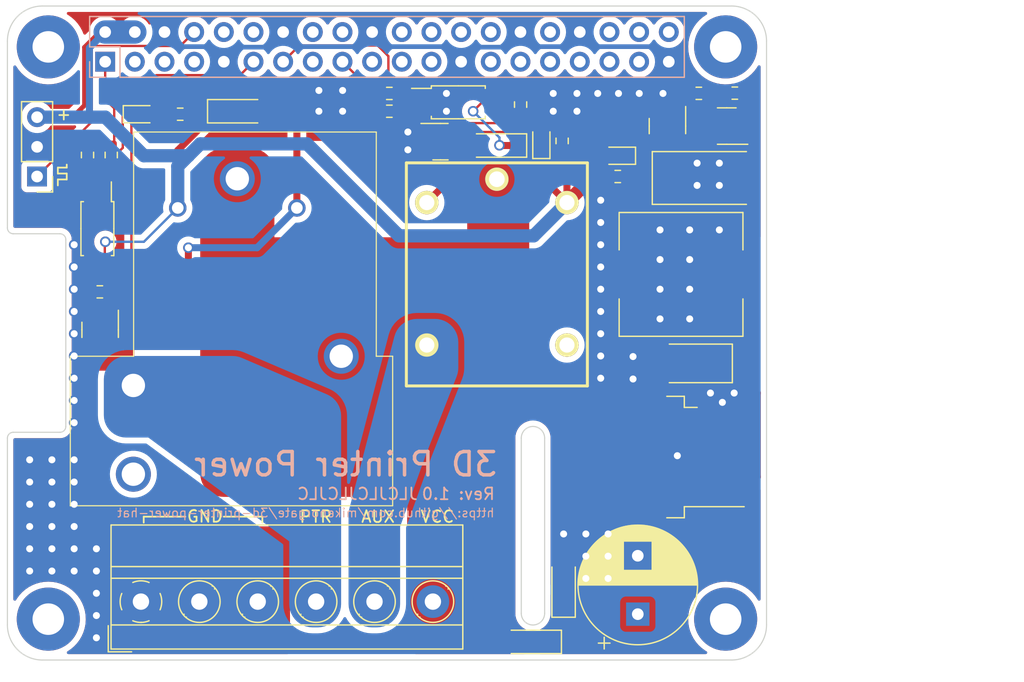
<source format=kicad_pcb>
(kicad_pcb (version 20211014) (generator pcbnew)
  (title_block (date "15 nov 2012"))
  (layers (0 "F.Cu" signal) (31 "B.Cu" signal) (34 "B.Paste" user) (35 "F.Paste" user) (36 "B.SilkS" user "B.Silkscreen") (37 "F.SilkS" user "F.Silkscreen") (38 "B.Mask" user) (39 "F.Mask" user) (44 "Edge.Cuts" user))
  (net 0 "")
  (net 1 "+3V3")
  (net 2 "+5V")
  (net 3 "GND")
  (net 4 "/ID_SD")
  (net 5 "/ID_SC")
  (net 6 "/GPIO5")
  (net 7 "/GPIO6")
  (net 8 "/GPIO26")
  (net 9 "/GPIO2(SDA1)")
  (net 10 "/GPIO3(SCL1)")
  (net 11 "/GPIO4(GCLK)")
  (net 12 "/GPIO14(TXD0)")
  (net 13 "/GPIO15(RXD0)")
  (net 14 "/GPIO17(GEN0)")
  (net 15 "/GPIO27(GEN2)")
  (net 16 "/GPIO22(GEN3)")
  (net 17 "/GPIO23(GEN4)")
  (net 18 "/GPIO24(GEN5)")
  (net 19 "/GPIO25(GEN6)")
  (net 20 "/GPIO18(GEN1)(PWM0)")
  (net 21 "/GPIO10(SPI0_MOSI)")
  (net 22 "/GPIO9(SPI0_MISO)")
  (net 23 "/GPIO11(SPI0_SCK)")
  (net 24 "/GPIO8(SPI0_CE_N)")
  (net 25 "/GPIO7(SPI1_CE_N)")
  (net 26 "/GPIO12(PWM0)")
  (net 27 "/GPIO13(PWM1)")
  (net 28 "/GPIO19(SPI1_MISO)")
  (net 29 "/GPIO16")
  (net 30 "/GPIO20(SPI1_MOSI)")
  (net 31 "/GPIO21(SPI1_SCK)")
  (net 32 "Net-(C1-Pad1)")
  (net 33 "+5VD")
  (net 34 "VCC")
  (net 35 "Net-(D3-Pad1)")
  (net 36 "Net-(D4-Pad1)")
  (net 37 "Net-(D5-Pad2)")
  (net 38 "Net-(D6-Pad2)")
  (net 39 "Net-(D8-Pad2)")
  (net 40 "/PRINTER_PWR")
  (net 41 "/AUX_PWR")
  (net 42 "Net-(K2-Pad5)")
  (net 45 "Net-(Q1-Pad1)")
  (net 46 "Net-(R10-Pad1)")
  (net 47 "Net-(R11-Pad1)")
  (net 48 "Net-(Q4-Pad4)")
  (net 49 "Net-(Q4-Pad1)")
  (net 50 "Net-(Q2-Pad1)")
  (net 51 "Net-(U2-Pad1)")
  (net 52 "Net-(U3-Pad1)")
  (footprint "MountingHole:MountingHole_2.7mm_M2.5_Pad" (layer "F.Cu") (at 203.5 97.5 180)
    (fp_text reference "MK1")
    (fp_text value "M2.5")
    (pad "1" thru_hole circle (at 0 0 180) (size 5.4 5.4) (drill 2.7) (layers *.Cu *.Mask))
  )
  (footprint "MountingHole:MountingHole_2.7mm_M2.5_Pad" (layer "F.Cu") (at 261.5 97.5 180)
    (fp_text reference "MK2")
    (fp_text value "M2.5")
    (pad "1" thru_hole circle (at 0 0 180) (size 5.4 5.4) (drill 2.7) (layers *.Cu *.Mask))
  )
  (footprint "MountingHole:MountingHole_2.7mm_M2.5_Pad" (layer "F.Cu") (at 203.5 146.5)
    (fp_text reference "MK3")
    (fp_text value "M2.5")
    (pad "1" thru_hole circle (at 0 0) (size 5.4 5.4) (drill 2.7) (layers *.Cu *.Mask))
  )
  (footprint "MountingHole:MountingHole_2.7mm_M2.5_Pad" (layer "F.Cu") (at 261.5 146.5)
    (fp_text reference "MK4")
    (fp_text value "M2.5")
    (pad "1" thru_hole circle (at 0 0) (size 5.4 5.4) (drill 2.7) (layers *.Cu *.Mask))
  )
  (footprint "Resistor_SMD:R_0603_1608Metric" (layer "F.Cu") (at 252.261 108.598 180)
    (fp_text reference "R5")
    (fp_text value "1K")
    (pad "1" smd roundrect (at -0.825 0 180) (size 0.8 0.95) (layers "F.Cu" "F.Paste" "F.Mask") (net 36 "Net-(D4-Pad1)"))
    (pad "2" smd roundrect (at 0.825 0 180) (size 0.8 0.95) (layers "F.Cu" "F.Paste" "F.Mask") (net 3 "GND"))
  )
  (footprint "Resistor_SMD:R_0603_1608Metric" (layer "F.Cu") (at 206.858 106.757 -90)
    (fp_text reference "R6")
    (fp_text value "10K")
    (pad "1" smd roundrect (at -0.825 0 270) (size 0.8 0.95) (layers "F.Cu" "F.Paste" "F.Mask") (net 1 "+3V3"))
    (pad "2" smd roundrect (at 0.825 0 270) (size 0.8 0.95) (layers "F.Cu" "F.Paste" "F.Mask") (net 14 "/GPIO17(GEN0)"))
  )
  (footprint "Diode_SMD:D_MiniMELF" (layer "F.Cu") (at 244.887961 148.447593 180)
    (fp_text reference "D1")
    (fp_text value "SS54")
    (pad "1" smd rect (at -1.75 0 180) (size 1.3 1.7) (layers "F.Cu" "F.Paste" "F.Mask") (net 32 "Net-(C1-Pad1)"))
    (pad "2" smd rect (at 1.75 0 180) (size 1.3 1.7) (layers "F.Cu" "F.Paste" "F.Mask") (net 34 "VCC"))
  )
  (footprint "Diode_SMD:D_MiniMELF" (layer "F.Cu") (at 241.91 105.945095 180)
    (fp_text reference "D8")
    (fp_text value "1N4148")
    (pad "1" smd rect (at -1.75 0 180) (size 1.3 1.7) (layers "F.Cu" "F.Paste" "F.Mask") (net 2 "+5V"))
    (pad "2" smd rect (at 1.75 0 180) (size 1.3 1.7) (layers "F.Cu" "F.Paste" "F.Mask") (net 39 "Net-(D8-Pad2)"))
  )
  (footprint "Package_TO_SOT_SMD:SOT-23" (layer "F.Cu") (at 237.084 105.616)
    (fp_text reference "Q2")
    (fp_text value "S8050")
    (pad "1" smd roundrect locked (at -0.9375 -0.95) (size 1.475 0.6) (layers "F.Cu" "F.Paste" "F.Mask") (net 50 "Net-(Q2-Pad1)"))
    (pad "2" smd roundrect locked (at -0.9375 0.95) (size 1.475 0.6) (layers "F.Cu" "F.Paste" "F.Mask") (net 3 "GND"))
    (pad "3" smd roundrect locked (at 0.9375 0) (size 1.475 0.6) (layers "F.Cu" "F.Paste" "F.Mask") (net 39 "Net-(D8-Pad2)"))
  )
  (footprint "Package_SO:SOP-4_4.4x2.6mm_P1.27mm" (layer "F.Cu") (at 207.705 113.06 -90)
    (fp_text reference "U2")
    (fp_text value "EL3H7")
    (pad "1" smd roundrect (at -3.1875 -0.635 270) (size 1.625 0.6) (layers "F.Cu" "F.Paste" "F.Mask") (net 51 "Net-(U2-Pad1)"))
    (pad "2" smd roundrect (at -3.1875 0.635 270) (size 1.625 0.6) (layers "F.Cu" "F.Paste" "F.Mask") (net 14 "/GPIO17(GEN0)"))
    (pad "3" smd roundrect (at 3.1875 0.635 270) (size 1.625 0.6) (layers "F.Cu" "F.Paste" "F.Mask") (net 46 "Net-(R10-Pad1)"))
    (pad "4" smd roundrect (at 3.1875 -0.635 270) (size 1.625 0.6) (layers "F.Cu" "F.Paste" "F.Mask") (net 2 "+5V"))
  )
  (footprint "Package_TO_SOT_SMD:SOT-23-6" (layer "F.Cu") (at 261.595 104.28 180)
    (fp_text reference "Q4")
    (fp_text value "Q_Dual_PNP_PNP_C1B1B2C2E2E1")
    (pad "1" smd roundrect (at -1.1375 -0.95 180) (size 1.325 0.6) (layers "F.Cu" "F.Paste" "F.Mask") (net 49 "Net-(Q4-Pad1)"))
    (pad "2" smd roundrect (at -1.1375 0 180) (size 1.325 0.6) (layers "F.Cu" "F.Paste" "F.Mask") (net 49 "Net-(Q4-Pad1)"))
    (pad "3" smd roundrect (at -1.1375 0.95 180) (size 1.325 0.6) (layers "F.Cu" "F.Paste" "F.Mask") (net 49 "Net-(Q4-Pad1)"))
    (pad "4" smd roundrect (at 1.1375 0.95 180) (size 1.325 0.6) (layers "F.Cu" "F.Paste" "F.Mask") (net 48 "Net-(Q4-Pad4)"))
    (pad "5" smd roundrect (at 1.1375 0 180) (size 1.325 0.6) (layers "F.Cu" "F.Paste" "F.Mask") (net 2 "+5V"))
    (pad "6" smd roundrect (at 1.1375 -0.95 180) (size 1.325 0.6) (layers "F.Cu" "F.Paste" "F.Mask") (net 33 "+5VD"))
  )
  (footprint "Resistor_SMD:R_0603_1608Metric" (layer "F.Cu") (at 262.284647 101.460271 180)
    (fp_text reference "R1")
    (fp_text value "10K")
    (pad "1" smd roundrect (at -0.825 0 180) (size 0.8 0.95) (layers "F.Cu" "F.Paste" "F.Mask") (net 49 "Net-(Q4-Pad1)"))
    (pad "2" smd roundrect (at 0.825 0 180) (size 0.8 0.95) (layers "F.Cu" "F.Paste" "F.Mask") (net 3 "GND"))
  )
  (footprint "Resistor_SMD:R_0603_1608Metric" (layer "F.Cu") (at 214.795 103.264)
    (fp_text reference "R3")
    (fp_text value "1K")
    (pad "1" smd roundrect locked (at -0.825 0) (size 0.8 0.95) (layers "F.Cu" "F.Paste" "F.Mask") (net 37 "Net-(D5-Pad2)"))
    (pad "2" smd roundrect locked (at 0.825 0) (size 0.8 0.95) (layers "F.Cu" "F.Paste" "F.Mask") (net 2 "+5V"))
  )
  (footprint "Package_SO:SOP-4_4.4x2.6mm_P1.27mm" (layer "F.Cu") (at 238.608 102.248)
    (fp_text reference "U3")
    (fp_text value "EL3H7")
    (pad "1" smd roundrect (at -3.1875 -0.635) (size 1.625 0.6) (layers "F.Cu" "F.Paste" "F.Mask") (net 52 "Net-(U3-Pad1)"))
    (pad "2" smd roundrect (at -3.1875 0.635) (size 1.625 0.6) (layers "F.Cu" "F.Paste" "F.Mask") (net 15 "/GPIO27(GEN2)"))
    (pad "3" smd roundrect (at 3.1875 0.635) (size 1.625 0.6) (layers "F.Cu" "F.Paste" "F.Mask") (net 47 "Net-(R11-Pad1)"))
    (pad "4" smd roundrect (at 3.1875 -0.635) (size 1.625 0.6) (layers "F.Cu" "F.Paste" "F.Mask") (net 2 "+5V"))
  )
  (footprint "Package_TO_SOT_SMD:SOT-23" (layer "F.Cu") (at 256.515 104.28 -90)
    (fp_text reference "Q5")
    (fp_text value "DMG2305UX-7")
    (pad "1" smd roundrect (at -0.9375 -0.95 270) (size 1.475 0.6) (layers "F.Cu" "F.Paste" "F.Mask") (net 48 "Net-(Q4-Pad4)"))
    (pad "2" smd roundrect (at -0.9375 0.95 270) (size 1.475 0.6) (layers "F.Cu" "F.Paste" "F.Mask") (net 2 "+5V"))
    (pad "3" smd roundrect (at 0.9375 0 270) (size 1.475 0.6) (layers "F.Cu" "F.Paste" "F.Mask") (net 33 "+5VD"))
  )
  (footprint "Resistor_SMD:R_0603_1608Metric" (layer "F.Cu") (at 208.89 106.757 -90)
    (fp_text reference "R8")
    (fp_text value "1K")
    (pad "1" smd roundrect (at -0.825 0 270) (size 0.8 0.95) (layers "F.Cu" "F.Paste" "F.Mask") (net 1 "+3V3"))
    (pad "2" smd roundrect (at 0.825 0 270) (size 0.8 0.95) (layers "F.Cu" "F.Paste" "F.Mask") (net 51 "Net-(U2-Pad1)"))
  )
  (footprint "Capacitor_Tantalum_SMD:CP_EIA-7343-30_AVX-N" (layer "F.Cu") (at 259.6275 108.725)
    (fp_text reference "C2")
    (fp_text value "220uF")
    (pad "1" smd roundrect (at -3.1125 0) (size 2.075 2.55) (layers "F.Cu" "F.Paste" "F.Mask") (roundrect_rratio 0.120482) (net 33 "+5VD"))
    (pad "2" smd roundrect (at 3.1125 0) (size 2.075 2.55) (layers "F.Cu" "F.Paste" "F.Mask") (roundrect_rratio 0.120482) (net 3 "GND"))
  )
  (footprint "Package_TO_SOT_SMD:SOT-23" (layer "F.Cu") (at 207.94 121.7275 -90)
    (fp_text reference "Q1")
    (fp_text value "S8050")
    (pad "1" smd roundrect locked (at -0.9375 -0.95 270) (size 1.475 0.6) (layers "F.Cu" "F.Paste" "F.Mask") (net 45 "Net-(Q1-Pad1)"))
    (pad "2" smd roundrect locked (at -0.9375 0.95 270) (size 1.475 0.6) (layers "F.Cu" "F.Paste" "F.Mask") (net 3 "GND"))
    (pad "3" smd roundrect locked (at 0.9375 0 270) (size 1.475 0.6) (layers "F.Cu" "F.Paste" "F.Mask") (net 42 "Net-(K2-Pad5)"))
  )
  (footprint "Resistor_SMD:R_0603_1608Metric" (layer "F.Cu") (at 232.703 103.01)
    (fp_text reference "R7")
    (fp_text value "10K")
    (pad "1" smd roundrect (at -0.825 0) (size 0.8 0.95) (layers "F.Cu" "F.Paste" "F.Mask") (net 1 "+3V3"))
    (pad "2" smd roundrect (at 0.825 0) (size 0.8 0.95) (layers "F.Cu" "F.Paste" "F.Mask") (net 15 "/GPIO27(GEN2)"))
  )
  (footprint "TerminalBlock_MetzConnect:TerminalBlock_MetzConnect_Type011_RT05506HBWC_1x06_P5.00mm_Horizontal" (layer "F.Cu") (at 211.433009 144.999165)
    (fp_text reference "J1")
    (fp_text value "Screw_Terminal")
    (pad "1" thru_hole rect locked (at 0 0) (size 2.8 2.8) (drill 1.4) (layers *.Cu *.Mask) (net 3 "GND"))
    (pad "2" thru_hole circle locked (at 5 0) (size 2.8 2.8) (drill 1.4) (layers *.Cu *.Mask) (net 3 "GND"))
    (pad "3" thru_hole circle locked (at 10 0) (size 2.8 2.8) (drill 1.4) (layers *.Cu *.Mask) (net 3 "GND"))
    (pad "4" thru_hole circle locked (at 15 0) (size 2.8 2.8) (drill 1.4) (layers *.Cu *.Mask) (net 40 "/PRINTER_PWR"))
    (pad "5" thru_hole circle locked (at 20 0) (size 2.8 2.8) (drill 1.4) (layers *.Cu *.Mask) (net 41 "/AUX_PWR"))
    (pad "6" thru_hole circle locked (at 25 0) (size 2.8 2.8) (drill 1.4) (layers *.Cu *.Mask) (net 34 "VCC"))
  )
  (footprint "LED_SMD:LED_0603_1608Metric" (layer "F.Cu") (at 211.4045 103.264)
    (fp_text reference "D5")
    (fp_text value "LED")
    (pad "1" smd roundrect (at -0.7875 0) (size 0.875 0.95) (layers "F.Cu" "F.Paste" "F.Mask") (net 42 "Net-(K2-Pad5)"))
    (pad "2" smd roundrect (at 0.7875 0) (size 0.875 0.95) (layers "F.Cu" "F.Paste" "F.Mask") (net 37 "Net-(D5-Pad2)"))
  )
  (footprint "Library:SRD-05VDC-SL-C" (layer "F.Cu") (at 241.91 108.83 -90)
    (fp_text reference "K1")
    (fp_text value "SRD-05VDC-SL-C" hide)
    (pad "1" thru_hole circle (at 0 0) (size 2 2) (drill 1.34) (layers *.Cu *.Mask "F.SilkS") (net 34 "VCC"))
    (pad "2" thru_hole circle (at 2 -6) (size 2 2) (drill 1.3) (layers *.Cu *.Mask "F.SilkS") (net 2 "+5V"))
    (pad "3" thru_hole circle (at 2 6) (size 2 2) (drill 1.3) (layers *.Cu *.Mask "F.SilkS") (net 39 "Net-(D8-Pad2)"))
    (pad "4" thru_hole circle (at 14.2 -6) (size 2 2) (drill 1.3) (layers *.Cu *.Mask "F.SilkS"))
    (pad "5" thru_hole circle (at 14.2 6) (size 2 2) (drill 1.3) (layers *.Cu *.Mask "F.SilkS") (net 41 "/AUX_PWR"))
  )
  (footprint "Connector_PinHeader_2.54mm:PinHeader_1x03_P2.54mm_Vertical" (layer "F.Cu") (at 202.54 108.598 180)
    (fp_text reference "J4")
    (fp_text value "Conn_01x03_Male")
    (pad "1" thru_hole rect (at 0 0 180) (size 1.7 1.7) (drill 1) (layers *.Cu *.Mask) (net 12 "/GPIO14(TXD0)"))
    (pad "2" thru_hole oval (at 0 2.54 180) (size 1.7 1.7) (drill 1) (layers *.Cu *.Mask) (net 3 "GND"))
    (pad "3" thru_hole oval (at 0 5.08 180) (size 1.7 1.7) (drill 1) (layers *.Cu *.Mask) (net 2 "+5V"))
  )
  (footprint "Resistor_SMD:R_0603_1608Metric" (layer "F.Cu") (at 259.201894 101.478091)
    (fp_text reference "R2")
    (fp_text value "47K")
    (pad "1" smd roundrect (at -0.825 0) (size 0.8 0.95) (layers "F.Cu" "F.Paste" "F.Mask") (net 48 "Net-(Q4-Pad4)"))
    (pad "2" smd roundrect (at 0.825 0) (size 0.8 0.95) (layers "F.Cu" "F.Paste" "F.Mask") (net 3 "GND"))
  )
  (footprint "LED_SMD:LED_0603_1608Metric" (layer "F.Cu") (at 245.72 105.5755 90)
    (fp_text reference "D6")
    (fp_text value "LED")
    (pad "1" smd roundrect (at -0.7875 0 90) (size 0.875 0.95) (layers "F.Cu" "F.Paste" "F.Mask") (net 39 "Net-(D8-Pad2)"))
    (pad "2" smd roundrect (at 0.7875 0 90) (size 0.875 0.95) (layers "F.Cu" "F.Paste" "F.Mask") (net 38 "Net-(D6-Pad2)"))
  )
  (footprint "Resistor_SMD:R_0603_1608Metric" (layer "F.Cu") (at 232.703 101.486)
    (fp_text reference "R9")
    (fp_text value "1K")
    (pad "1" smd roundrect (at -0.825 0) (size 0.8 0.95) (layers "F.Cu" "F.Paste" "F.Mask") (net 1 "+3V3"))
    (pad "2" smd roundrect (at 0.825 0) (size 0.8 0.95) (layers "F.Cu" "F.Paste" "F.Mask") (net 52 "Net-(U3-Pad1)"))
  )
  (footprint "Inductor_SMD:L_10.4x10.4_H4.8" (layer "F.Cu") (at 257.68 116.98 180)
    (fp_text reference "L1")
    (fp_text value "47uH")
    (pad "1" smd rect (at -4.15 0 180) (size 2.7 3.6) (layers "F.Cu" "F.Paste" "F.Mask") (net 35 "Net-(D3-Pad1)"))
    (pad "2" smd rect (at 4.15 0 180) (size 2.7 3.6) (layers "F.Cu" "F.Paste" "F.Mask") (net 33 "+5VD"))
  )
  (footprint "LED_SMD:LED_0603_1608Metric" (layer "F.Cu") (at 252.2985 106.82 180)
    (fp_text reference "D4")
    (fp_text value "LED")
    (pad "1" smd roundrect (at -0.7875 0 180) (size 0.875 0.95) (layers "F.Cu" "F.Paste" "F.Mask") (net 36 "Net-(D4-Pad1)"))
    (pad "2" smd roundrect (at 0.7875 0 180) (size 0.875 0.95) (layers "F.Cu" "F.Paste" "F.Mask") (net 2 "+5V"))
  )
  (footprint "Resistor_SMD:R_0603_1608Metric" (layer "F.Cu") (at 247.498 105.55 -90)
    (fp_text reference "R4")
    (fp_text value "1K")
    (pad "1" smd roundrect locked (at -0.825 0 270) (size 0.8 0.95) (layers "F.Cu" "F.Paste" "F.Mask") (net 38 "Net-(D6-Pad2)"))
    (pad "2" smd roundrect locked (at 0.825 0 270) (size 0.8 0.95) (layers "F.Cu" "F.Paste" "F.Mask") (net 2 "+5V"))
  )
  (footprint "Package_TO_SOT_SMD:TO-263-5_TabPin3" (layer "F.Cu") (at 255.01 132.62 180)
    (fp_text reference "U1")
    (fp_text value "LM2596S-5")
    (pad "1" smd rect (at -5.775 -3.4 180) (size 4.6 1.1) (layers "F.Cu" "F.Paste" "F.Mask") (net 32 "Net-(C1-Pad1)"))
    (pad "2" smd rect (at -5.775 -1.7 180) (size 4.6 1.1) (layers "F.Cu" "F.Paste" "F.Mask") (net 35 "Net-(D3-Pad1)"))
    (pad "3" smd rect (at -5.775 0 180) (size 4.6 1.1) (layers "F.Cu" "F.Paste" "F.Mask") (net 3 "GND"))
    (pad "3" smd rect (at 3.375 0 180) (size 9.4 10.8) (layers "F.Cu" "F.Mask") (net 3 "GND"))
    (pad "4" smd rect (at -5.775 1.7 180) (size 4.6 1.1) (layers "F.Cu" "F.Paste" "F.Mask") (net 33 "+5VD"))
    (pad "5" smd rect (at -5.775 3.4 180) (size 4.6 1.1) (layers "F.Cu" "F.Paste" "F.Mask") (net 3 "GND"))
  )
  (footprint "Resistor_SMD:R_0603_1608Metric" (layer "F.Cu") (at 243.942 102.439 -90)
    (fp_text reference "R11")
    (fp_text value "1K")
    (pad "1" smd roundrect (at -0.825 0 270) (size 0.8 0.95) (layers "F.Cu" "F.Paste" "F.Mask") (net 47 "Net-(R11-Pad1)"))
    (pad "2" smd roundrect (at 0.825 0 270) (size 0.8 0.95) (layers "F.Cu" "F.Paste" "F.Mask") (net 50 "Net-(Q2-Pad1)"))
  )
  (footprint "Diode_SMD:D_MiniMELF" (layer "F.Cu") (at 219.685 103.01)
    (fp_text reference "D7")
    (fp_text value "1N4148")
    (pad "1" smd rect (at -1.75 0) (size 1.3 1.7) (layers "F.Cu" "F.Paste" "F.Mask") (net 2 "+5V"))
    (pad "2" smd rect (at 1.75 0) (size 1.3 1.7) (layers "F.Cu" "F.Paste" "F.Mask") (net 42 "Net-(K2-Pad5)"))
  )
  (footprint "Capacitor_THT:CP_Radial_D10.0mm_P5.00mm" (layer "F.Cu") (at 253.975 146.072594 90)
    (fp_text reference "C1")
    (fp_text value "470uF")
    (pad "1" thru_hole rect (at 0 0 90) (size 2 2) (drill 1) (layers *.Cu *.Mask) (net 32 "Net-(C1-Pad1)"))
    (pad "2" thru_hole circle (at 5 0 90) (size 2 2) (drill 1) (layers *.Cu *.Mask) (net 3 "GND"))
  )
  (footprint "Diode_SMD:D_MiniMELF" (layer "F.Cu") (at 247.625 143.786694 90)
    (fp_text reference "D2")
    (fp_text value "1N4148")
    (pad "1" smd rect (at -1.75 0 90) (size 1.3 1.7) (layers "F.Cu" "F.Paste" "F.Mask") (net 32 "Net-(C1-Pad1)"))
    (pad "2" smd rect (at 1.75 0 90) (size 1.3 1.7) (layers "F.Cu" "F.Paste" "F.Mask") (net 3 "GND"))
  )
  (footprint "Library:SLA05VDCSLC" (layer "F.Cu") (at 219.685 108.79 180)
    (fp_text reference "K2")
    (fp_text value "SLA-05VDC-SL-C" hide)
    (pad "1" thru_hole circle (at 0 0 180) (size 3 3) (drill 2) (layers *.Cu *.Mask) (net 34 "VCC"))
    (pad "2" thru_hole circle (at -8.9 -15.2 180) (size 3 3) (drill 2) (layers *.Cu *.Mask) (net 34 "VCC"))
    (pad "3" thru_hole circle (at 8.9 -17.7 180) (size 3 3) (drill 2) (layers *.Cu *.Mask) (net 40 "/PRINTER_PWR"))
    (pad "4" thru_hole circle (at 8.9 -25.3 180) (size 3 3) (drill 2) (layers *.Cu *.Mask))
    (pad "5" thru_hole circle (at -5.1 -2.5 180) (size 1.5 1.5) (drill 1) (layers *.Cu *.Mask) (net 42 "Net-(K2-Pad5)"))
    (pad "6" thru_hole circle (at 5.1 -2.5 180) (size 1.5 1.5) (drill 1) (layers *.Cu *.Mask) (net 2 "+5V"))
  )
  (footprint "Diode_SMD:D_SMA" (layer "F.Cu") (at 258.674 124.6 180)
    (fp_text reference "D3")
    (fp_text value "SK34")
    (pad "1" smd rect (at -2 0 180) (size 2.5 1.8) (layers "F.Cu" "F.Paste" "F.Mask") (net 35 "Net-(D3-Pad1)"))
    (pad "2" smd rect (at 2 0 180) (size 2.5 1.8) (layers "F.Cu" "F.Paste" "F.Mask") (net 3 "GND"))
  )
  (footprint "Resistor_SMD:R_0603_1608Metric" (layer "F.Cu") (at 207.913363 118.476095)
    (fp_text reference "R10")
    (fp_text value "1K")
    (pad "1" smd roundrect (at -0.825 0) (size 0.8 0.95) (layers "F.Cu" "F.Paste" "F.Mask") (net 46 "Net-(R10-Pad1)"))
    (pad "2" smd roundrect (at 0.825 0) (size 0.8 0.95) (layers "F.Cu" "F.Paste" "F.Mask") (net 45 "Net-(Q1-Pad1)"))
  )
  (footprint "Connector_PinSocket_2.54mm:PinSocket_2x20_P2.54mm_Vertical" (layer "B.Cu") (at 208.37 98.77 -90)
    (fp_text reference "P1")
    (fp_text value "Conn_02x20_Odd_Even")
    (pad "1" thru_hole rect (at 0 0 270) (size 1.7 1.7) (drill 1) (layers *.Cu *.Mask) (net 1 "+3V3"))
    (pad "2" thru_hole oval (at -2.54 0 270) (size 1.7 1.7) (drill 1) (layers *.Cu *.Mask) (net 2 "+5V"))
    (pad "3" thru_hole oval (at 0 -2.54 270) (size 1.7 1.7) (drill 1) (layers *.Cu *.Mask) (net 9 "/GPIO2(SDA1)"))
    (pad "4" thru_hole oval (at -2.54 -2.54 270) (size 1.7 1.7) (drill 1) (layers *.Cu *.Mask) (net 2 "+5V"))
    (pad "5" thru_hole oval (at 0 -5.08 270) (size 1.7 1.7) (drill 1) (layers *.Cu *.Mask) (net 10 "/GPIO3(SCL1)"))
    (pad "6" thru_hole oval (at -2.54 -5.08 270) (size 1.7 1.7) (drill 1) (layers *.Cu *.Mask) (net 3 "GND"))
    (pad "7" thru_hole oval (at 0 -7.62 270) (size 1.7 1.7) (drill 1) (layers *.Cu *.Mask) (net 11 "/GPIO4(GCLK)"))
    (pad "8" thru_hole oval (at -2.54 -7.62 270) (size 1.7 1.7) (drill 1) (layers *.Cu *.Mask) (net 12 "/GPIO14(TXD0)"))
    (pad "9" thru_hole oval (at 0 -10.16 270) (size 1.7 1.7) (drill 1) (layers *.Cu *.Mask) (net 3 "GND"))
    (pad "10" thru_hole oval (at -2.54 -10.16 270) (size 1.7 1.7) (drill 1) (layers *.Cu *.Mask) (net 13 "/GPIO15(RXD0)"))
    (pad "11" thru_hole oval (at 0 -12.7 270) (size 1.7 1.7) (drill 1) (layers *.Cu *.Mask) (net 14 "/GPIO17(GEN0)"))
    (pad "12" thru_hole oval (at -2.54 -12.7 270) (size 1.7 1.7) (drill 1) (layers *.Cu *.Mask) (net 20 "/GPIO18(GEN1)(PWM0)"))
    (pad "13" thru_hole oval (at 0 -15.24 270) (size 1.7 1.7) (drill 1) (layers *.Cu *.Mask) (net 15 "/GPIO27(GEN2)"))
    (pad "14" thru_hole oval (at -2.54 -15.24 270) (size 1.7 1.7) (drill 1) (layers *.Cu *.Mask) (net 3 "GND"))
    (pad "15" thru_hole oval (at 0 -17.78 270) (size 1.7 1.7) (drill 1) (layers *.Cu *.Mask) (net 16 "/GPIO22(GEN3)"))
    (pad "16" thru_hole oval (at -2.54 -17.78 270) (size 1.7 1.7) (drill 1) (layers *.Cu *.Mask) (net 17 "/GPIO23(GEN4)"))
    (pad "17" thru_hole oval (at 0 -20.32 270) (size 1.7 1.7) (drill 1) (layers *.Cu *.Mask) (net 1 "+3V3"))
    (pad "18" thru_hole oval (at -2.54 -20.32 270) (size 1.7 1.7) (drill 1) (layers *.Cu *.Mask) (net 18 "/GPIO24(GEN5)"))
    (pad "19" thru_hole oval (at 0 -22.86 270) (size 1.7 1.7) (drill 1) (layers *.Cu *.Mask) (net 21 "/GPIO10(SPI0_MOSI)"))
    (pad "20" thru_hole oval (at -2.54 -22.86 270) (size 1.7 1.7) (drill 1) (layers *.Cu *.Mask) (net 3 "GND"))
    (pad "21" thru_hole oval (at 0 -25.4 270) (size 1.7 1.7) (drill 1) (layers *.Cu *.Mask) (net 22 "/GPIO9(SPI0_MISO)"))
    (pad "22" thru_hole oval (at -2.54 -25.4 270) (size 1.7 1.7) (drill 1) (layers *.Cu *.Mask) (net 19 "/GPIO25(GEN6)"))
    (pad "23" thru_hole oval (at 0 -27.94 270) (size 1.7 1.7) (drill 1) (layers *.Cu *.Mask) (net 23 "/GPIO11(SPI0_SCK)"))
    (pad "24" thru_hole oval (at -2.54 -27.94 270) (size 1.7 1.7) (drill 1) (layers *.Cu *.Mask) (net 24 "/GPIO8(SPI0_CE_N)"))
    (pad "25" thru_hole oval (at 0 -30.48 270) (size 1.7 1.7) (drill 1) (layers *.Cu *.Mask) (net 3 "GND"))
    (pad "26" thru_hole oval (at -2.54 -30.48 270) (size 1.7 1.7) (drill 1) (layers *.Cu *.Mask) (net 25 "/GPIO7(SPI1_CE_N)"))
    (pad "27" thru_hole oval (at 0 -33.02 270) (size 1.7 1.7) (drill 1) (layers *.Cu *.Mask) (net 4 "/ID_SD"))
    (pad "28" thru_hole oval (at -2.54 -33.02 270) (size 1.7 1.7) (drill 1) (layers *.Cu *.Mask) (net 5 "/ID_SC"))
    (pad "29" thru_hole oval (at 0 -35.56 270) (size 1.7 1.7) (drill 1) (layers *.Cu *.Mask) (net 6 "/GPIO5"))
    (pad "30" thru_hole oval (at -2.54 -35.56 270) (size 1.7 1.7) (drill 1) (layers *.Cu *.Mask) (net 3 "GND"))
    (pad "31" thru_hole oval (at 0 -38.1 270) (size 1.7 1.7) (drill 1) (layers *.Cu *.Mask) (net 7 "/GPIO6"))
    (pad "32" thru_hole oval (at -2.54 -38.1 270) (size 1.7 1.7) (drill 1) (layers *.Cu *.Mask) (net 26 "/GPIO12(PWM0)"))
    (pad "33" thru_hole oval (at 0 -40.64 270) (size 1.7 1.7) (drill 1) (layers *.Cu *.Mask) (net 27 "/GPIO13(PWM1)"))
    (pad "34" thru_hole oval (at -2.54 -40.64 270) (size 1.7 1.7) (drill 1) (layers *.Cu *.Mask) (net 3 "GND"))
    (pad "35" thru_hole oval (at 0 -43.18 270) (size 1.7 1.7) (drill 1) (layers *.Cu *.Mask) (net 28 "/GPIO19(SPI1_MISO)"))
    (pad "36" thru_hole oval (at -2.54 -43.18 270) (size 1.7 1.7) (drill 1) (layers *.Cu *.Mask) (net 29 "/GPIO16"))
    (pad "37" thru_hole oval (at 0 -45.72 270) (size 1.7 1.7) (drill 1) (layers *.Cu *.Mask) (net 8 "/GPIO26"))
    (pad "38" thru_hole oval (at -2.54 -45.72 270) (size 1.7 1.7) (drill 1) (layers *.Cu *.Mask) (net 30 "/GPIO20(SPI1_MOSI)"))
    (pad "39" thru_hole oval (at 0 -48.26 270) (size 1.7 1.7) (drill 1) (layers *.Cu *.Mask) (net 3 "GND"))
    (pad "40" thru_hole oval (at -2.54 -48.26 270) (size 1.7 1.7) (drill 1) (layers *.Cu *.Mask) (net 31 "/GPIO21(SPI1_SCK)"))
  )
  (gr_line (start 221.831251 138.232837) (end 221.831251 137.724837) (layer "F.SilkS") (width 0.15))
  (gr_line (start 205.08 107.582) (end 205.08 107.836) (layer "F.SilkS") (width 0.15))
  (gr_line (start 211.671251 137.724837) (end 215.227251 137.724837) (layer "F.SilkS") (width 0.15))
  (gr_line (start 205.08 108.852) (end 204.318 108.852) (layer "F.SilkS") (width 0.15))
  (gr_line (start 205.08 108.344) (end 205.08 108.852) (layer "F.SilkS") (width 0.15))
  (gr_line (start 204.318 108.852) (end 204.318 109.36) (layer "F.SilkS") (width 0.15))
  (gr_line (start 205.08 107.836) (end 204.318 107.836) (layer "F.SilkS") (width 0.15))
  (gr_line (start 221.831251 137.724837) (end 218.529251 137.724837) (layer "F.SilkS") (width 0.15))
  (gr_line (start 211.671251 138.232837) (end 211.671251 137.724837) (layer "F.SilkS") (width 0.15))
  (gr_line (start 204.318 107.836) (end 204.318 108.344) (layer "F.SilkS") (width 0.15))
  (gr_line (start 204.318 108.344) (end 205.08 108.344) (layer "F.SilkS") (width 0.15))
  (gr_arc (start 244 131) (mid 245 130) (end 246 131) (layer "Edge.Cuts") (width 0.1))
  (gr_arc (start 262 94) (mid 264.12132 94.87868) (end 265 97) (layer "Edge.Cuts") (width 0.1))
  (gr_line (start 204.5 130.5) (end 200.5 130.5) (layer "Edge.Cuts") (width 0.1))
  (gr_line (start 200 131) (end 200 147) (layer "Edge.Cuts") (width 0.1))
  (gr_line (start 205 114) (end 205 130) (layer "Edge.Cuts") (width 0.1))
  (gr_line (start 262 94) (end 203 94) (layer "Edge.Cuts") (width 0.1))
  (gr_arc (start 200 131) (mid 200.146138 130.646755) (end 200.499127 130.500001) (layer "Edge.Cuts") (width 0.1))
  (gr_line (start 246 131) (end 246 146) (layer "Edge.Cuts") (width 0.1))
  (gr_arc (start 205 130) (mid 204.853553 130.353553) (end 204.5 130.5) (layer "Edge.Cuts") (width 0.1))
  (gr_line (start 203 150) (end 262 150) (layer "Edge.Cuts") (width 0.1))
  (gr_arc (start 200 97) (mid 200.87868 94.87868) (end 203 94) (layer "Edge.Cuts") (width 0.1))
  (gr_arc (start 200.5 113.5) (mid 200.146447 113.353553) (end 200 113) (layer "Edge.Cuts") (width 0.1))
  (gr_arc (start 246 146) (mid 245 147) (end 244 146) (layer "Edge.Cuts") (width 0.1))
  (gr_arc (start 203 150) (mid 200.87868 149.12132) (end 200 147) (layer "Edge.Cuts") (width 0.1))
  (gr_arc (start 204.5 113.5) (mid 204.853553 113.646447) (end 205 114) (layer "Edge.Cuts") (width 0.1))
  (gr_arc (start 265 147) (mid 264.12132 149.12132) (end 262 150) (layer "Edge.Cuts") (width 0.1))
  (gr_line (start 265 147) (end 265 97) (layer "Edge.Cuts") (width 0.1))
  (gr_line (start 200 97) (end 200 113) (layer "Edge.Cuts") (width 0.1))
  (gr_line (start 200.5 113.5) (end 204.5 113.5) (layer "Edge.Cuts") (width 0.1))
  (gr_line (start 244 146) (end 244 131) (layer "Edge.Cuts") (width 0.1))
  (gr_text "Rev: 1.0" (at 238.608 135.776) (layer "B.SilkS") (effects (font (size 1 1)) (justify mirror)))
  (gr_text "3D Printer Power" (at 228.956 133.236) (layer "B.SilkS") (effects (font (size 2 2) (thickness 0.3)) (justify mirror)))
  (gr_text "https://github.com/mikenorgate/3d-printer-power-hat" (at 225.5524 137.4016) (layer "B.SilkS") (effects (font (size 0.75 0.75) (thickness 0.1)) (justify mirror)))
  (gr_text "JLCJLCJLCJLC" (at 229.972 135.776) (layer "B.SilkS") (effects (font (size 1 1)) (justify mirror)))
  (gr_text "VCC" (at 236.817251 137.724837) (layer "F.SilkS") (effects (font (size 1 1))))
  (gr_text "AUX" (at 231.737251 137.724837) (layer "F.SilkS") (effects (font (size 1 1))))
  (gr_text "PTR" (at 226.403251 137.724837) (layer "F.SilkS") (effects (font (size 1 1))))
  (gr_text "+" (at 204.826 103.264) (layer "F.SilkS") (effects (font (size 1 1))))
  (gr_text "GND" (at 216.909083 137.703697) (layer "F.SilkS") (effects (font (size 1 1))))
  (segment (start 209.144 102.756) (end 209.144 105.678) (width 0.2) (layer "F.Cu") (net 1))
  (segment (start 208.37 101.982) (end 209.144 102.756) (width 0.2) (layer "F.Cu") (net 1))
  (segment (start 231.406 101.486) (end 228.69 98.77) (width 0.2) (layer "F.Cu") (net 1))
  (segment (start 208.37 98.77) (end 208.37 101.982) (width 0.2) (layer "F.Cu") (net 1))
  (segment (start 209.144 105.678) (end 208.89 105.932) (width 0.2) (layer "F.Cu") (net 1))
  (segment (start 231.878 101.486) (end 231.878 103.01) (width 0.2) (layer "F.Cu") (net 1))
  (segment (start 231.878 101.486) (end 231.406 101.486) (width 0.2) (layer "F.Cu") (net 1))
  (segment (start 206.858 105.932) (end 208.89 105.932) (width 0.2) (layer "F.Cu") (net 1))
  (segment (start 255.565 103.3425) (end 256.091783 103.3425) (width 0.2) (layer "F.Cu") (net 2))
  (segment (start 207.904551 96.23) (end 206.599511 97.53504) (width 0.4) (layer "F.Cu") (net 2))
  (segment (start 251.4835 103.3425) (end 255.565 103.3425) (width 1.13) (layer "F.Cu") (net 2))
  (segment (start 243.66 106.58) (end 247.91 110.83) (width 0.6) (layer "F.Cu") (net 2))
  (segment (start 206.599511 102.506489) (end 205.588 103.518) (width 0.4) (layer "F.Cu") (net 2))
  (segment (start 247.91 110.83) (end 247.91 108.502) (width 0.6) (layer "F.Cu") (net 2))
  (segment (start 243.66 105.945095) (end 242.149259 105.945095) (width 0.6) (layer "F.Cu") (net 2))
  (segment (start 249.53 109.21) (end 249.53 105.296) (width 1.13) (layer "F.Cu") (net 2))
  (segment (start 260.35798 104.37952) (end 260.4575 104.28) (width 0.2) (layer "F.Cu") (net 2))
  (segment (start 242.149259 105.945095) (end 242.131297 105.927133) (width 0.6) (layer "F.Cu") (net 2))
  (segment (start 247.91 108.502) (end 247.498 108.09) (width 0.6) (layer "F.Cu") (net 2))
  (segment (start 247.91 110.83) (end 249.53 109.21) (width 1.13) (layer "F.Cu") (net 2))
  (segment (start 208.37 96.23) (end 207.904551 96.23) (width 0.4) (layer "F.Cu") (net 2))
  (segment (start 208.34 116.2475) (end 208.34 114.228) (width 0.2) (layer "F.Cu") (net 2))
  (segment (start 217.935 103.01) (end 214.585 106.36) (width 0.6) (layer "F.Cu") (net 2))
  (segment (start 247.498 108.09) (end 247.498 106.375) (width 0.6) (layer "F.Cu") (net 2))
  (segment (start 217.681 103.264) (end 215.62 103.264) (width 0.6) (layer "F.Cu") (net 2))
  (segment (start 241.275 101.613) (end 241.7955 101.613) (width 0.2) (layer "F.Cu") (net 2))
  (segment (start 206.599511 97.53504) (end 206.599511 102.506489) (width 0.4) (layer "F.Cu") (net 2))
  (segment (start 257.128803 104.37952) (end 260.35798 104.37952) (width 0.2) (layer "F.Cu") (net 2))
  (segment (start 251.511 106.82) (end 251.054 106.82) (width 0.2) (layer "F.Cu") (net 2))
  (segment (start 256.091783 103.3425) (end 257.128803 104.37952) (width 0.2) (layer "F.Cu") (net 2))
  (segment (start 214.585 106.36) (end 214.585 111.29) (width 0.6) (layer "F.Cu") (net 2))
  (segment (start 249.53 105.296) (end 251.4835 103.3425) (width 1.13) (layer "F.Cu") (net 2))
  (segment (start 243.66 105.945095) (end 243.66 106.58) (width 0.6) (layer "F.Cu") (net 2))
  (segment (start 251.054 106.82) (end 249.53 105.296) (width 0.2) (layer "F.Cu") (net 2))
  (segment (start 205.588 103.518) (end 202.54 103.518) (width 0.4) (layer "F.Cu") (net 2))
  (segment (start 217.935 103.01) (end 217.681 103.264) (width 0.6) (layer "F.Cu") (net 2))
  (segment (start 208.34 114.228) (end 208.382 114.186) (width 0.2) (layer "F.Cu") (net 2))
  (segment (start 239.878 103.01) (end 241.275 101.613) (width 0.2) (layer "F.Cu") (net 2))
  (via (at 242.131297 105.927133) (size 0.9) (drill 0.6) (layers "F.Cu" "B.Cu") (net 2))
  (via (at 239.878 103.01) (size 0.9) (drill 0.6) (layers "F.Cu" "B.Cu") (net 2))
  (via (at 208.382 114.186) (size 0.9) (drill 0.6) (layers "F.Cu" "B.Cu") (net 2))
  (segment (start 215.494 106.82) (end 214.585 107.729) (width 1.13) (layer "B.Cu") (net 2))
  (segment (start 245.062 113.678) (end 233.528 113.678) (width 1.13) (layer "B.Cu") (net 2))
  (segment (start 208.37 96.23) (end 210.91 96.23) (width 2) (layer "B.Cu") (net 2))
  (segment (start 215.494 106.82) (end 211.684 106.82) (width 1.13) (layer "B.Cu") (net 2))
  (segment (start 214.585 107.729) (end 214.585 111.29) (width 1.13) (layer "B.Cu") (net 2))
  (segment (start 207.020489 97.579511) (end 207.020489 103.426489) (width 0.6) (layer "B.Cu") (net 2))
  (segment (start 233.528 113.678) (end 225.654 105.804) (width 1.13) (layer "B.Cu") (net 2))
  (segment (start 216.51 105.804) (end 215.494 106.82) (width 1.13) (layer "B.Cu") (net 2))
  (segment (start 211.689 114.186) (end 214.585 111.29) (width 0.2) (layer "B.Cu") (net 2))
  (segment (start 211.684 106.82) (end 208.382 103.518) (width 1.13) (layer "B.Cu") (net 2))
  (segment (start 239.878 103.01) (end 242.131297 105.263297) (width 0.2) (layer "B.Cu") (net 2))
  (segment (start 247.91 110.83) (end 245.062 113.678) (width 1.13) (layer "B.Cu") (net 2))
  (segment (start 208.382 114.186) (end 211.689 114.186) (width 0.2) (layer "B.Cu") (net 2))
  (segment (start 207.112 103.518) (end 202.54 103.518) (width 1.13) (layer "B.Cu") (net 2))
  (segment (start 207.020489 103.426489) (end 207.112 103.518) (width 0.6) (layer "B.Cu") (net 2))
  (segment (start 225.654 105.804) (end 216.51 105.804) (width 1.13) (layer "B.Cu") (net 2))
  (segment (start 242.131297 105.263297) (end 242.131297 105.927133) (width 0.2) (layer "B.Cu") (net 2))
  (segment (start 208.37 96.23) (end 207.020489 97.579511) (width 0.6) (layer "B.Cu") (net 2))
  (segment (start 208.382 103.518) (end 207.112 103.518) (width 1.13) (layer "B.Cu") (net 2))
  (via (at 246.736 103.01) (size 0.9) (drill 0.6) (layers "F.Cu" "B.Cu") (net 3))
  (via (at 258.42 118.25) (size 0.9) (drill 0.6) (layers "F.Cu" "B.Cu") (net 3))
  (via (at 205.715 118.25) (size 0.9) (drill 0.6) (layers "F.Cu" "B.Cu") (net 3))
  (via (at 207.62 140.475) (size 0.9) (drill 0.6) (layers "F.Cu" "B.Cu") (net 3))
  (via (at 258.42 115.71) (size 0.9) (drill 0.6) (layers "F.Cu" "B.Cu") (net 3))
  (via (at 255.88 113.17) (size 0.9) (drill 0.6) (layers "F.Cu" "B.Cu") (net 3))
  (via (at 201.905 140.475) (size 0.9) (drill 0.6) (layers "F.Cu" "B.Cu") (net 3))
  (via (at 255.88 115.71) (size 0.9) (drill 0.6) (layers "F.Cu" "B.Cu") (net 3))
  (via (at 237.592 101.486) (size 0.9) (drill 0.6) (layers "F.Cu" "B.Cu") (net 3))
  (via (at 234.29 106.312) (size 0.9) (drill 0.6) (layers "F.Cu" "B.Cu") (net 3))
  (via (at 249.53 139.205) (size 0.9) (drill 0.6) (layers "F.Cu" "B.Cu") (net 3))
  (via (at 250.546 101.486) (size 0.9) (drill 0.6) (layers "F.Cu" "B.Cu") (net 3))
  (via (at 251.435 143.015) (size 0.9) (drill 0.6) (layers "F.Cu" "B.Cu") (net 3))
  (via (at 201.905 136.665) (size 0.9) (drill 0.6) (layers "F.Cu" "B.Cu") (net 3))
  (via (at 205.715 116.345) (size 0.9) (drill 0.6) (layers "F.Cu" "B.Cu") (net 3))
  (via (at 203.81 136.665) (size 0.9) (drill 0.6) (layers "F.Cu" "B.Cu") (net 3))
  (via (at 203.81 134.76) (size 0.9) (drill 0.6) (layers "F.Cu" "B.Cu") (net 3))
  (via (at 250.8 116.345) (size 0.9) (drill 0.6) (layers "F.Cu" "B.Cu") (net 3))
  (via (at 207.62 142.38) (size 0.9) (drill 0.6) (layers "F.Cu" "B.Cu") (net 3))
  (via (at 254.102 101.486) (size 0.9) (drill 0.6) (layers "F.Cu" "B.Cu") (net 3))
  (via (at 257.362763 132.505327) (size 0.9) (drill 0.6) (layers "F.Cu" "B.Cu") (net 3))
  (via (at 260.96 113.17) (size 0.9) (drill 0.6) (layers "F.Cu" "B.Cu") (net 3))
  (via (at 251.435 139.205) (size 0.9) (drill 0.6) (layers "F.Cu" "B.Cu") (net 3))
  (via (at 260.96 107.455) (size 0.9) (drill 0.6) (layers "F.Cu" "B.Cu") (net 3))
  (via (at 205.715 138.57) (size 0.9) (drill 0.6) (layers "F.Cu" "B.Cu") (net 3))
  (via (at 226.67 103.01) (size 0.9) (drill 0.6) (layers "F.Cu" "B.Cu") (net 3))
  (via (at 253.568951 125.937814) (size 0.9) (drill 0.6) (layers "F.Cu" "B.Cu") (net 3))
  (via (at 203.81 142.38) (size 0.9) (drill 0.6) (layers "F.Cu" "B.Cu") (net 3))
  (via (at 201.905 142.38) (size 0.9) (drill 0.6) (layers "F.Cu" "B.Cu") (net 3))
  (via (at 250.8 118.25) (size 0.9) (drill 0.6) (layers "F.Cu" "B.Cu") (net 3))
  (via (at 250.8 110.63) (size 0.9) (drill 0.6) (layers "F.Cu" "B.Cu") (net 3))
  (via (at 250.8 122.06) (size 0.9) (drill 0.6) (layers "F.Cu" "B.Cu") (net 3))
  (via (at 250.8 123.965) (size 0.9) (drill 0.6) (layers "F.Cu" "B.Cu") (net 3))
  (via (at 258.42 120.79) (size 0.9) (drill 0.6) (layers "F.Cu" "B.Cu") (net 3))
  (via (at 205.715 114.44) (size 0.9) (drill 0.6) (layers "F.Cu" "B.Cu") (net 3))
  (via (at 248.768 101.486) (size 0.9) (drill 0.6) (layers "F.Cu" "B.Cu") (net 3))
  (via (at 207.62 144.285) (size 0.9) (drill 0.6) (layers "F.Cu" "B.Cu") (net 3))
  (via (at 249.53 143.015) (size 0.9) (drill 0.6) (layers "F.Cu" "B.Cu") (net 3))
  (via (at 201.905 138.57) (size 0.9) (drill 0.6) (layers "F.Cu" "B.Cu") (net 3))
  (via (at 205.715 122.06) (size 0.9) (drill 0.6) (layers "F.Cu" "B.Cu") (net 3))
  (via (at 261.218666 127.937369) (size 0.9) (drill 0.6) (layers "F.Cu" "B.Cu") (net 3))
  (via (at 259.055 109.36) (size 0.9) (drill 0.6) (layers "F.Cu" "B.Cu") (net 3))
  (via (at 226.67 101.232) (size 0.9) (drill 0.6) (layers "F.Cu" "B.Cu") (net 3))
  (via (at 250.8 114.44) (size 0.9) (drill 0.6) (layers "F.Cu" "B.Cu") (net 3))
  (via (at 250.8 120.155) (size 0.9) (drill 0.6) (layers "F.Cu" "B.Cu") (net 3))
  (via (at 260.96 109.36) (size 0.9) (drill 0.6) (layers "F.Cu" "B.Cu") (net 3))
  (via (at 248.768 103.01) (size 0.9) (drill 0.6) (layers "F.Cu" "B.Cu") (net 3))
  (via (at 246.736 101.486) (size 0.9) (drill 0.6) (layers "F.Cu" "B.Cu") (net 3))
  (via (at 205.715 123.965) (size 0.9) (drill 0.6) (layers "F.Cu" "B.Cu") (net 3))
  (via (at 262.23 127.14) (size 0.9) (drill 0.6) (layers "F.Cu" "B.Cu") (net 3))
  (via (at 249.53 141.11) (size 0.9) (drill 0.6) (layers "F.Cu" "B.Cu") (net 3))
  (via (at 205.715 134.76) (size 0.9) (drill 0.6) (layers "F.Cu" "B.Cu") (net 3))
  (via (at 205.715 140.475) (size 0.9) (drill 0.6) (layers "F.Cu" "B.Cu") (net 3))
  (via (at 256.134 101.486) (size 0.9) (drill 0.6) (layers "F.Cu" "B.Cu") (net 3))
  (via (at 201.905 132.855) (size 0.9) (drill 0.6) (layers "F.Cu" "B.Cu") (net 3))
  (via (at 203.81 140.475) (size 0.9) (drill 0.6) (layers "F.Cu" "B.Cu") (net 3))
  (via (at 228.702 101.232) (size 0.9) (drill 0.6) (layers "F.Cu" "B.Cu") (net 3))
  (via (at 205.715 125.87) (size 0.9) (drill 0.6) (layers "F.Cu" "B.Cu") (net 3))
  (via (at 207.62 146.19) (size 0.9) (drill 0.6) (layers "F.Cu" "B.Cu") (net 3))
  (via (at 228.702 103.01) (size 0.9) (drill 0.6) (layers "F.Cu" "B.Cu") (net 3))
  (via (at 251.435 141.11) (size 0.9) (drill 0.6) (layers "F.Cu" "B.Cu") (net 3))
  (via (at 205.715 132.855) (size 0.9) (drill 0.6) (layers "F.Cu" "B.Cu") (net 3))
  (via (at 203.81 138.57) (size 0.9) (drill 0.6) (layers "F.Cu" "B.Cu") (net 3))
  (via (at 250.8 112.535) (size 0.9) (drill 0.6) (layers "F.Cu" "B.Cu") (net 3))
  (via (at 203.81 132.855) (size 0.9) (drill 0.6) (layers "F.Cu" "B.Cu") (net 3))
  (via (at 237.592 103.01) (size 0.9) (drill 0.6) (layers "F.Cu" "B.Cu") (net 3))
  (via (at 255.88 120.79) (size 0.9) (drill 0.6) (layers "F.Cu" "B.Cu") (net 3))
  (via (at 252.324 101.486) (size 0.9) (drill 0.6) (layers "F.Cu" "B.Cu") (net 3))
  (via (at 205.715 120.155) (size 0.9) (drill 0.6) (layers "F.Cu" "B.Cu") (net 3))
  (via (at 201.905 134.76) (size 0.9) (drill 0.6) (layers "F.Cu" "B.Cu") (net 3))
  (via (at 205.715 142.38) (size 0.9) (drill 0.6) (layers "F.Cu" "B.Cu") (net 3))
  (via (at 205.715 129.68) (size 0.9) (drill 0.6) (layers "F.Cu" "B.Cu") (net 3))
  (via (at 205.715 127.775) (size 0.9) (drill 0.6) (layers "F.Cu" "B.Cu") (net 3))
  (via (at 260.198 127.14) (size 0.9) (drill 0.6) (layers "F.Cu" "B.Cu") (net 3))
  (via (at 234.29 104.788) (size 0.9) (drill 0.6) (layers "F.Cu" "B.Cu") (net 3))
  (via (at 205.715 136.665) (size 0.9) (drill 0.6) (layers "F.Cu" "B.Cu") (net 3))
  (via (at 207.62 148.095) (size 0.9) (drill 0.6) (layers "F.Cu" "B.Cu") (net 3))
  (via (at 258.42 113.17) (size 0.9) (drill 0.6) (layers "F.Cu" "B.Cu") (net 3))
  (via (at 247.625 139.205) (size 0.9) (drill 0.6) (layers "F.Cu" "B.Cu") (net 3))
  (via (at 259.055 107.455) (size 0.9) (drill 0.6) (layers "F.Cu" "B.Cu") (net 3))
  (via (at 250.8 125.87) (size 0.9) (drill 0.6) (layers "F.Cu" "B.Cu") (net 3))
  (via (at 253.568951 124.015479) (size 0.9) (drill 0.6) (layers "F.Cu" "B.Cu") (net 3))
  (via (at 255.88 118.25) (size 0.9) (drill 0.6) (layers "F.Cu" "B.Cu") (net 3))
  (segment (start 247.760489 97.479511) (end 249.01 96.23) (width 0.4) (layer "B.Cu") (net 3))
  (segment (start 238.85 98.77) (end 240.099511 97.520489) (width 0.4) (layer "B.Cu") (net 3))
  (segment (start 219.779511 97.520489) (end 222.319511 97.520489) (width 0.4) (layer "B.Cu") (net 3))
  (segment (start 224.859511 97.479511) (end 229.980489 97.479511) (width 0.4) (layer "B.Cu") (net 3))
  (segment (start 217.239511 97.479511) (end 218.53 98.77) (width 0.4) (layer "B.Cu") (net 3))
  (segment (start 250.259511 97.479511) (end 255.339511 97.479511) (width 0.4) (layer "B.Cu") (net 3))
  (segment (start 214.699511 97.479511) (end 217.239511 97.479511) (width 0.4) (layer "B.Cu") (net 3))
  (segment (start 213.45 96.23) (end 214.699511 97.479511) (width 0.4) (layer "B.Cu") (net 3))
  (segment (start 229.980489 97.479511) (end 231.23 96.23) (width 0.4) (layer "B.Cu") (net 3))
  (segment (start 218.53 98.77) (end 219.779511 97.520489) (width 0.4) (layer "B.Cu") (net 3))
  (segment (start 232.479511 97.479511) (end 237.559511 97.479511) (width 0.4) (layer "B.Cu") (net 3))
  (segment (start 255.339511 97.479511) (end 256.63 98.77) (width 0.4) (layer "B.Cu") (net 3))
  (segment (start 240.099511 97.520489) (end 242.639511 97.520489) (width 0.4) (layer "B.Cu") (net 3))
  (segment (start 242.639511 97.520489) (end 243.93 96.23) (width 0.4) (layer "B.Cu") (net 3))
  (segment (start 222.319511 97.520489) (end 223.61 96.23) (width 0.4) (layer "B.Cu") (net 3))
  (segment (start 243.93 96.23) (end 245.179511 97.479511) (width 0.4) (layer "B.Cu") (net 3))
  (segment (start 237.559511 97.479511) (end 238.85 98.77) (width 0.4) (layer "B.Cu") (net 3))
  (segment (start 249.01 96.23) (end 250.259511 97.479511) (width 0.4) (layer "B.Cu") (net 3))
  (segment (start 231.23 96.23) (end 232.479511 97.479511) (width 0.4) (layer "B.Cu") (net 3))
  (segment (start 245.179511 97.479511) (end 247.760489 97.479511) (width 0.4) (layer "B.Cu") (net 3))
  (segment (start 223.61 96.23) (end 224.859511 97.479511) (width 0.4) (layer "B.Cu") (net 3))
  (segment (start 207.220489 97.620489) (end 207.418978 97.422) (width 0.2) (layer "F.Cu") (net 12))
  (segment (start 214.798 97.422) (end 215.99 96.23) (width 0.2) (layer "F.Cu") (net 12))
  (segment (start 202.54 108.598) (end 207.220489 103.917511) (width 0.2) (layer "F.Cu") (net 12))
  (segment (start 207.220489 103.917511) (end 207.220489 97.620489) (width 0.2) (layer "F.Cu") (net 12))
  (segment (start 207.418978 97.422) (end 214.798 97.422) (width 0.2) (layer "F.Cu") (net 12))
  (segment (start 212.753545 99.919511) (end 219.920489 99.919511) (width 0.2) (layer "F.Cu") (net 14))
  (segment (start 209.139 106.88248) (end 209.87998 106.1415) (width 0.2) (layer "F.Cu") (net 14))
  (segment (start 209.87998 102.793076) (end 212.753545 99.919511) (width 0.2) (layer "F.Cu") (net 14))
  (segment (start 207.55752 106.88248) (end 209.139 106.88248) (width 0.2) (layer "F.Cu") (net 14))
  (segment (start 206.858 107.582) (end 207.55752 106.88248) (width 0.2) (layer "F.Cu") (net 14))
  (segment (start 219.920489 99.919511) (end 221.07 98.77) (width 0.2) (layer "F.Cu") (net 14))
  (segment (start 207.07 109.8725) (end 207.07 107.794) (width 0.2) (layer "F.Cu") (net 14))
  (segment (start 209.87998 106.1415) (end 209.87998 102.793076) (width 0.2) (layer "F.Cu") (net 14))
  (segment (start 207.07 107.794) (end 206.858 107.582) (width 0.2) (layer "F.Cu") (net 14))
  (segment (start 223.61 98.77) (end 225.000489 97.379511) (width 0.2) (layer "F.Cu") (net 15))
  (segment (start 231.706144 97.379511) (end 232.620489 98.293856) (width 0.2) (layer "F.Cu") (net 15))
  (segment (start 232.620489 98.293856) (end 232.620489 102.102489) (width 0.2) (layer "F.Cu") (net 15))
  (segment (start 233.528 103.01) (end 235.2935 103.01) (width 0.2) (layer "F.Cu") (net 15))
  (segment (start 225.000489 97.379511) (end 231.706144 97.379511) (width 0.2) (layer "F.Cu") (net 15))
  (segment (start 232.620489 102.102489) (end 233.528 103.01) (width 0.2) (layer "F.Cu") (net 15))
  (segment (start 260.785 130.92) (end 258.835978 130.92) (width 0.4) (layer "F.Cu") (net 33))
  (segment (start 254.864 122.568) (end 253.53 121.234) (width 0.4) (layer "F.Cu") (net 33))
  (segment (start 258.835978 130.92) (end 257.658 129.742022) (width 0.4) (layer "F.Cu") (net 33))
  (segment (start 257.912 122.568) (end 254.864 122.568) (width 0.4) (layer "F.Cu") (net 33))
  (segment (start 253.53 121.234) (end 253.53 116.98) (width 0.4) (layer "F.Cu") (net 33))
  (segment (start 253.53 111.71) (end 256.515 108.725) (width 2) (layer "F.Cu") (net 33))
  (segment (start 260.4575 105.23) (end 256.5275 105.23) (width 0.6) (layer "F.Cu") (net 33))
  (segment (start 256.515 108.725) (end 256.515 105.2175) (width 1.13) (layer "F.Cu") (net 33))
  (segment (start 258.674 126.632) (end 258.674 123.33) (width 0.4) (layer "F.Cu") (net 33))
  (segment (start 253.53 116.98) (end 253.53 111.71) (width 2) (layer "F.Cu") (net 33))
  (segment (start 258.674 123.33) (end 257.912 122.568) (width 0.4) (layer "F.Cu") (net 33))
  (segment (start 257.658 127.648) (end 258.674 126.632) (width 0.4) (layer "F.Cu") (net 33))
  (segment (start 257.658 129.742022) (end 257.658 127.648) (width 0.4) (layer "F.Cu") (net 33))
  (segment (start 260.785 134.32) (end 263.94 134.32) (width 1.13) (layer "F.Cu") (net 35))
  (segment (start 261.83 123.444) (end 260.674 124.6) (width 2) (layer "F.Cu") (net 35))
  (segment (start 261.83 116.98) (end 261.83 123.444) (width 2) (layer "F.Cu") (net 35))
  (segment (start 263.94 134.32) (end 263.94 127.132421) (width 1.13) (layer "F.Cu") (net 35))
  (segment (start 261.407579 124.6) (end 260.674 124.6) (width 1.13) (layer "F.Cu") (net 35))
  (segment (start 263.94 127.132421) (end 261.407579 124.6) (width 1.13) (layer "F.Cu") (net 35))
  (segment (start 253.086 106.82) (end 253.086 108.598) (width 0.2) (layer "F.Cu") (net 36))
  (segment (start 213.97 103.264) (end 212.192 103.264) (width 0.2) (layer "F.Cu") (net 37))
  (segment (start 245.72 104.788) (end 247.435 104.788) (width 0.2) (layer "F.Cu") (net 38))
  (segment (start 247.435 104.788) (end 247.498 104.725) (width 0.2) (layer "F.Cu") (net 38))
  (segment (start 240.16 106.58) (end 235.91 110.83) (width 0.6) (layer "F.Cu") (net 39))
  (segment (start 240.16 105.945095) (end 238.350595 105.945095) (width 0.6) (layer "F.Cu") (net 39))
  (segment (start 244.609511 104.795584) (end 244.601927 104.788) (width 0.2) (layer "F.Cu") (net 39))
  (segment (start 238.8495 104.788) (end 238.0215 105.616) (width 0.2) (layer "F.Cu") (net 39))
  (segment (start 238.350595 105.945095) (end 238.0215 105.616) (width 0.6) (layer "F.Cu") (net 39))
  (segment (start 245.72 106.363) (end 244.609511 105.252511) (width 0.2) (layer "F.Cu") (net 39))
  (segment (start 240.16 105.945095) (end 240.16 106.58) (width 0.6) (layer "F.Cu") (net 39))
  (segment (start 244.601927 104.788) (end 238.8495 104.788) (width 0.2) (layer "F.Cu") (net 39))
  (segment (start 244.609511 105.252511) (end 244.609511 104.795584) (width 0.2) (layer "F.Cu") (net 39))
  (segment (start 208.388217 122.665) (end 207.94 122.665) (width 0.2) (layer "F.Cu") (net 42))
  (segment (start 221.435 103.01) (end 224.13 103.01) (width 0.6) (layer "F.Cu") (net 42))
  (segment (start 224.13 103.01) (end 224.785 103.665) (width 0.6) (layer "F.Cu") (net 42))
  (segment (start 210.617 103.264) (end 210.617 120.436217) (width 0.2) (layer "F.Cu") (net 42))
  (segment (start 224.785 103.665) (end 224.785 111.29) (width 0.6) (layer "F.Cu") (net 42))
  (segment (start 215.494 114.694) (end 215.494 116.98) (width 0.6) (layer "F.Cu") (net 42))
  (segment (start 215.494 116.98) (end 209.809 122.665) (width 0.6) (layer "F.Cu") (net 42))
  (segment (start 210.617 120.436217) (end 208.388217 122.665) (width 0.2) (layer "F.Cu") (net 42))
  (segment (start 209.809 122.665) (end 207.94 122.665) (width 0.6) (layer "F.Cu") (net 42))
  (via (at 215.494 114.694) (size 0.9) (drill 0.6) (layers "F.Cu" "B.Cu") (net 42))
  (segment (start 221.381 114.694) (end 215.494 114.694) (width 0.6) (layer "B.Cu") (net 42))
  (segment (start 224.785 111.29) (end 221.381 114.694) (width 0.6) (layer "B.Cu") (net 42))
  (segment (start 208.89 118.627732) (end 208.89 120.79) (width 0.2) (layer "F.Cu") (net 45))
  (segment (start 208.738363 118.476095) (end 208.89 118.627732) (width 0.2) (layer "F.Cu") (net 45))
  (segment (start 207.07 116.2475) (end 207.07 118.457732) (width 0.6) (layer "F.Cu") (net 46))
  (segment (start 242.673 102.883) (end 243.942 101.614) (width 0.2) (layer "F.Cu") (net 47))
  (segment (start 241.7955 102.883) (end 242.673 102.883) (width 0.2) (layer "F.Cu") (net 47))
  (segment (start 258.376894 102.328106) (end 257.475 103.23) (width 0.6) (layer "F.Cu") (net 48))
  (segment (start 258.376894 101.478091) (end 258.376894 102.331894) (width 0.6) (layer "F.Cu") (net 48))
  (segment (start 258.376894 102.331894) (end 259.375 103.33) (width 0.6) (layer "F.Cu") (net 48))
  (segment (start 259.375 103.33) (end 260.295 103.33) (width 0.6) (layer "F.Cu") (net 48))
  (segment (start 262.7325 103.33) (end 262.7325 104.28) (width 0.6) (layer "F.Cu") (net 49))
  (segment (start 262.7325 105.23) (end 262.7325 104.28) (width 0.6) (layer "F.Cu") (net 49))
  (segment (start 262.7325 103.33) (end 262.7325 103.0155) (width 0.6) (layer "F.Cu") (net 49))
  (segment (start 263.119 101.469624) (end 263.109647 101.460271) (width 0.6) (layer "F.Cu") (net 49))
  (segment (start 262.7325 103.0155) (end 263.119 102.629) (width 0.6) (layer "F.Cu") (net 49))
  (segment (start 263.119 102.629) (end 263.119 101.469624) (width 0.6) (layer "F.Cu") (net 49))
  (segment (start 243.18 104.026) (end 236.7865 104.026) (width 0.2) (layer "F.Cu") (net 50))
  (segment (start 243.942 103.264) (end 243.18 104.026) (width 0.2) (layer "F.Cu") (net 50))
  (segment (start 236.7865 104.026) (end 236.1465 104.666) (width 0.2) (layer "F.Cu") (net 50))
  (segment (start 208.34 108.132) (end 208.89 107.582) (width 0.2) (layer "F.Cu") (net 51))
  (segment (start 208.34 109.8725) (end 208.34 108.132) (width 0.2) (layer "F.Cu") (net 51))
  (segment (start 235.4205 101.613) (end 233.655 101.613) (width 0.2) (layer "F.Cu") (net 52))
  (segment (start 233.655 101.613) (end 233.528 101.486) (width 0.2) (layer "F.Cu") (net 52))
  (zone (net 32) (net_name "Net-(C1-Pad1)") (layer "F.Cu") (connect_pads yes (clearance 0.508)) (min_thickness 0.254) (fill yes (thermal_gap 0.508) (thermal_bridge_width 0.508) (smoothing fillet) (radius 1))
    (polygon (pts (xy 265.024 150) (xy 245.418491 150) (xy 245.418491 144.302357) (xy 256.388 144.302357) (xy 257.740229 140.348) (xy 257.740229 135.162013) (xy 265.024 135.162013)))
  )
  (zone (net 3) (net_name "GND") (layer "F.Cu") (connect_pads thru_hole_only (clearance 0.508)) (min_thickness 0.254) (fill yes (thermal_gap 0.508) (thermal_bridge_width 0.508) (smoothing fillet) (radius 1))
    (polygon (pts (xy 266.107688 113.969993) (xy 259.266576 113.969993) (xy 259.266576 120.065993) (xy 260.519688 120.065993) (xy 260.452 126.632) (xy 262.992 126.632) (xy 263.059688 133.527993) (xy 257.217688 133.527993) (xy 257.217688 138.607993) (xy 255.947688 143.687993) (xy 245.703023 143.700467) (xy 245.660621 126.498151) (xy 250.232688 126.492331) (xy 250.038 106.82) (xy 245.212 106.82) (xy 245.212 105.042) (xy 238.354 105.042) (xy 238.354 107.074) (xy 233.782 107.074) (xy 233.782 105.55) (xy 210.922 105.55) (xy 210.862688 125.222331) (xy 207.052688 125.222331) (xy 207.052688 138.557331) (xy 224.197688 138.557331) (xy 224.197688 151.892331) (xy 199.432688 151.892331) (xy 199.432688 93.522993) (xy 266.107688 93.649993)))
  )
  (zone (net 34) (net_name "VCC") (layer "F.Cu") (connect_pads yes (clearance 0.508)) (min_thickness 0.254) (fill yes (thermal_gap 0.508) (thermal_bridge_width 0.508) (smoothing fillet) (radius 2))
    (polygon (pts (xy 222.86 113.805) (xy 239.37 113.805) (xy 239.37 107.300136) (xy 244.679559 107.300137) (xy 244.679559 150.000001) (xy 234.229133 150) (xy 234.229133 136.03) (xy 216.51 136.03) (xy 216.51 106.185) (xy 222.86 106.185)))
  )
  (zone (net 40) (net_name "/PRINTER_PWR") (layer "B.Cu") (priority 1) (connect_pads yes (clearance 0.508)) (min_thickness 0.254) (fill yes (thermal_gap 0.508) (thermal_bridge_width 0.508) (smoothing fillet) (radius 2))
    (polygon (pts (xy 228.575 127.775) (xy 228.575 147.206) (xy 224.13 147.206) (xy 224.13 139.84) (xy 212.065 130.95) (xy 208.255 130.95) (xy 208.255 123.965) (xy 219.685 123.965)))
  )
  (zone (net 3) (net_name "GND") (layer "B.Cu") (connect_pads yes (clearance 0.508)) (min_thickness 0.254) (fill yes (thermal_gap 0.508) (thermal_bridge_width 0.508) (smoothing fillet) (radius 1))
    (polygon (pts (xy 265.405 150.635) (xy 199.365 151.27) (xy 199.365 93.485) (xy 266.04 93.485)))
  )
  (zone (net 41) (net_name "/AUX_PWR") (layer "B.Cu") (priority 1) (connect_pads yes (clearance 0.508)) (min_thickness 0.254) (fill yes (thermal_gap 0.508) (thermal_bridge_width 0.508) (smoothing fillet) (radius 2))
    (polygon (pts (xy 238.608 125.362) (xy 235.814 132.474) (xy 233.6267 138.57) (xy 233.6267 147.206) (xy 229.21 147.206) (xy 229.21 137.3) (xy 233.528 120.79) (xy 238.608 120.79)))
  )
)
</source>
